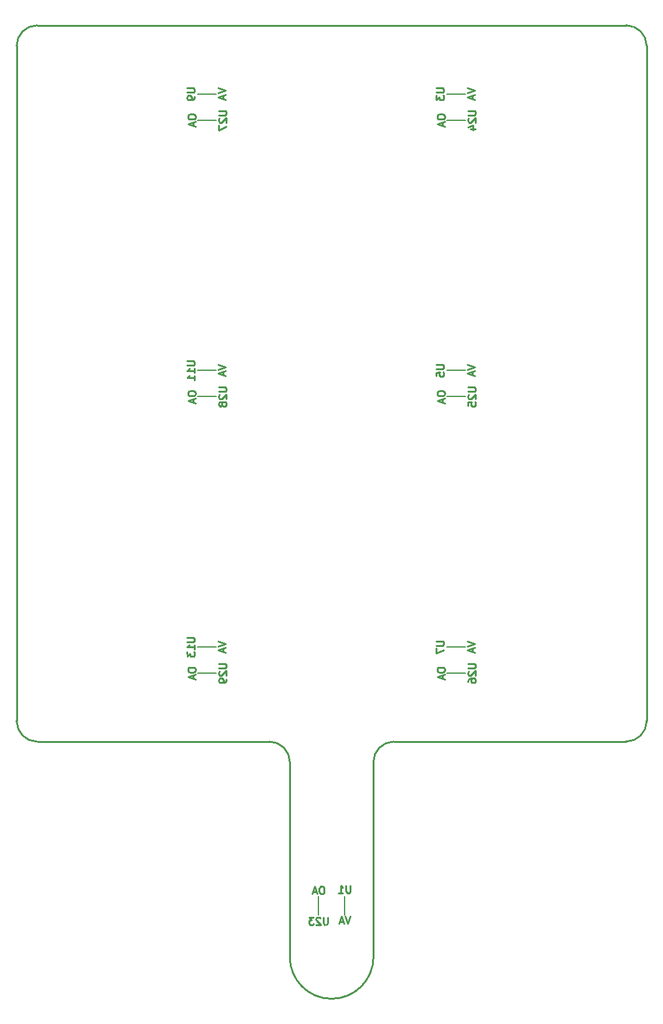
<source format=gbo>
G04 #@! TF.FileFunction,Legend,Bot*
%FSLAX46Y46*%
G04 Gerber Fmt 4.6, Leading zero omitted, Abs format (unit mm)*
G04 Created by KiCad (PCBNEW 0.201508110901+6083~28~ubuntu14.04.1-product) date Wed 12 Aug 2015 09:29:52 AM EDT*
%MOMM*%
G01*
G04 APERTURE LIST*
%ADD10C,0.100000*%
%ADD11C,0.228600*%
%ADD12C,0.150000*%
%ADD13C,0.254000*%
%ADD14C,9.112200*%
%ADD15C,8.528000*%
%ADD16C,3.956000*%
%ADD17C,2.438400*%
%ADD18R,1.102360X0.802640*%
%ADD19R,0.802640X1.102360*%
G04 APERTURE END LIST*
D10*
D11*
X87914480Y-151958040D02*
G75*
G03X99283520Y-151958040I5684520J0D01*
G01*
X99283520Y-125483620D02*
X99283520Y-151958040D01*
X87917020Y-125483620D02*
X87917020Y-151958040D01*
X102064820Y-122702320D02*
G75*
G03X99283520Y-125483620I0J-2781300D01*
G01*
X87917020Y-125483620D02*
G75*
G03X85135720Y-122702320I-2781300J0D01*
G01*
X102064820Y-122702320D02*
X133619240Y-122702320D01*
X53581300Y-122702320D02*
X85135720Y-122702320D01*
X53581300Y-25400000D02*
G75*
G03X50800000Y-28181300I0J-2781300D01*
G01*
X133619240Y-122702320D02*
G75*
G03X136400540Y-119921020I0J2781300D01*
G01*
X136400540Y-28181300D02*
X136400540Y-119921020D01*
X50800000Y-119921020D02*
G75*
G03X53581300Y-122702320I2781300J0D01*
G01*
X50800000Y-28181300D02*
X50800000Y-119921020D01*
X136400540Y-28181300D02*
G75*
G03X133619240Y-25400000I-2781300J0D01*
G01*
X53581300Y-25400000D02*
X133619240Y-25400000D01*
D12*
X95377000Y-146223000D02*
X95377000Y-143683000D01*
X111798000Y-34711600D02*
X109258000Y-34711600D01*
X111798000Y-72273200D02*
X109258000Y-72273200D01*
X111798000Y-109835000D02*
X109258000Y-109835000D01*
X77942400Y-34711600D02*
X75402400Y-34711600D01*
X77942400Y-72273200D02*
X75402400Y-72273200D01*
X77942400Y-109835000D02*
X75402400Y-109835000D01*
X91821000Y-143683000D02*
X91821000Y-146223000D01*
X109258000Y-38267600D02*
X111798000Y-38267600D01*
X109258000Y-75829200D02*
X111798000Y-75829200D01*
X109258000Y-113391000D02*
X111798000Y-113391000D01*
X75402400Y-38267600D02*
X77942400Y-38267600D01*
X75402400Y-75829200D02*
X77942400Y-75829200D01*
X75402400Y-113391000D02*
X77942400Y-113391000D01*
D13*
X96151095Y-142237619D02*
X96151095Y-143060095D01*
X96102714Y-143156857D01*
X96054333Y-143205238D01*
X95957571Y-143253619D01*
X95764048Y-143253619D01*
X95667286Y-143205238D01*
X95618905Y-143156857D01*
X95570524Y-143060095D01*
X95570524Y-142237619D01*
X94554524Y-143253619D02*
X95135095Y-143253619D01*
X94844809Y-143253619D02*
X94844809Y-142237619D01*
X94941571Y-142382762D01*
X95038333Y-142479524D01*
X95135095Y-142527905D01*
X96151095Y-146428619D02*
X95812428Y-147444619D01*
X95473762Y-146428619D01*
X95183476Y-147154333D02*
X94699667Y-147154333D01*
X95280238Y-147444619D02*
X94941571Y-146428619D01*
X94602905Y-147444619D01*
X107812619Y-33937505D02*
X108635095Y-33937505D01*
X108731857Y-33985886D01*
X108780238Y-34034267D01*
X108828619Y-34131029D01*
X108828619Y-34324552D01*
X108780238Y-34421314D01*
X108731857Y-34469695D01*
X108635095Y-34518076D01*
X107812619Y-34518076D01*
X107812619Y-34905124D02*
X107812619Y-35534076D01*
X108199667Y-35195410D01*
X108199667Y-35340552D01*
X108248048Y-35437314D01*
X108296429Y-35485695D01*
X108393190Y-35534076D01*
X108635095Y-35534076D01*
X108731857Y-35485695D01*
X108780238Y-35437314D01*
X108828619Y-35340552D01*
X108828619Y-35050267D01*
X108780238Y-34953505D01*
X108731857Y-34905124D01*
X112003619Y-33937505D02*
X113019619Y-34276172D01*
X112003619Y-34614838D01*
X112729333Y-34905124D02*
X112729333Y-35388933D01*
X113019619Y-34808362D02*
X112003619Y-35147029D01*
X113019619Y-35485695D01*
X107812619Y-71499105D02*
X108635095Y-71499105D01*
X108731857Y-71547486D01*
X108780238Y-71595867D01*
X108828619Y-71692629D01*
X108828619Y-71886152D01*
X108780238Y-71982914D01*
X108731857Y-72031295D01*
X108635095Y-72079676D01*
X107812619Y-72079676D01*
X107812619Y-73047295D02*
X107812619Y-72563486D01*
X108296429Y-72515105D01*
X108248048Y-72563486D01*
X108199667Y-72660248D01*
X108199667Y-72902152D01*
X108248048Y-72998914D01*
X108296429Y-73047295D01*
X108393190Y-73095676D01*
X108635095Y-73095676D01*
X108731857Y-73047295D01*
X108780238Y-72998914D01*
X108828619Y-72902152D01*
X108828619Y-72660248D01*
X108780238Y-72563486D01*
X108731857Y-72515105D01*
X112003619Y-71499105D02*
X113019619Y-71837772D01*
X112003619Y-72176438D01*
X112729333Y-72466724D02*
X112729333Y-72950533D01*
X113019619Y-72369962D02*
X112003619Y-72708629D01*
X113019619Y-73047295D01*
X107812619Y-109060905D02*
X108635095Y-109060905D01*
X108731857Y-109109286D01*
X108780238Y-109157667D01*
X108828619Y-109254429D01*
X108828619Y-109447952D01*
X108780238Y-109544714D01*
X108731857Y-109593095D01*
X108635095Y-109641476D01*
X107812619Y-109641476D01*
X107812619Y-110028524D02*
X107812619Y-110705857D01*
X108828619Y-110270429D01*
X112003619Y-109060905D02*
X113019619Y-109399572D01*
X112003619Y-109738238D01*
X112729333Y-110028524D02*
X112729333Y-110512333D01*
X113019619Y-109931762D02*
X112003619Y-110270429D01*
X113019619Y-110609095D01*
X73957019Y-33937505D02*
X74779495Y-33937505D01*
X74876257Y-33985886D01*
X74924638Y-34034267D01*
X74973019Y-34131029D01*
X74973019Y-34324552D01*
X74924638Y-34421314D01*
X74876257Y-34469695D01*
X74779495Y-34518076D01*
X73957019Y-34518076D01*
X74973019Y-35050267D02*
X74973019Y-35243791D01*
X74924638Y-35340552D01*
X74876257Y-35388933D01*
X74731114Y-35485695D01*
X74537590Y-35534076D01*
X74150543Y-35534076D01*
X74053781Y-35485695D01*
X74005400Y-35437314D01*
X73957019Y-35340552D01*
X73957019Y-35147029D01*
X74005400Y-35050267D01*
X74053781Y-35001886D01*
X74150543Y-34953505D01*
X74392448Y-34953505D01*
X74489210Y-35001886D01*
X74537590Y-35050267D01*
X74585971Y-35147029D01*
X74585971Y-35340552D01*
X74537590Y-35437314D01*
X74489210Y-35485695D01*
X74392448Y-35534076D01*
X78148019Y-33937505D02*
X79164019Y-34276172D01*
X78148019Y-34614838D01*
X78873733Y-34905124D02*
X78873733Y-35388933D01*
X79164019Y-34808362D02*
X78148019Y-35147029D01*
X79164019Y-35485695D01*
X73957019Y-71015296D02*
X74779495Y-71015296D01*
X74876257Y-71063677D01*
X74924638Y-71112058D01*
X74973019Y-71208820D01*
X74973019Y-71402343D01*
X74924638Y-71499105D01*
X74876257Y-71547486D01*
X74779495Y-71595867D01*
X73957019Y-71595867D01*
X74973019Y-72611867D02*
X74973019Y-72031296D01*
X74973019Y-72321582D02*
X73957019Y-72321582D01*
X74102162Y-72224820D01*
X74198924Y-72128058D01*
X74247305Y-72031296D01*
X74973019Y-73579486D02*
X74973019Y-72998915D01*
X74973019Y-73289201D02*
X73957019Y-73289201D01*
X74102162Y-73192439D01*
X74198924Y-73095677D01*
X74247305Y-72998915D01*
X78148019Y-71499105D02*
X79164019Y-71837772D01*
X78148019Y-72176438D01*
X78873733Y-72466724D02*
X78873733Y-72950533D01*
X79164019Y-72369962D02*
X78148019Y-72708629D01*
X79164019Y-73047295D01*
X73957019Y-108577096D02*
X74779495Y-108577096D01*
X74876257Y-108625477D01*
X74924638Y-108673858D01*
X74973019Y-108770620D01*
X74973019Y-108964143D01*
X74924638Y-109060905D01*
X74876257Y-109109286D01*
X74779495Y-109157667D01*
X73957019Y-109157667D01*
X74973019Y-110173667D02*
X74973019Y-109593096D01*
X74973019Y-109883382D02*
X73957019Y-109883382D01*
X74102162Y-109786620D01*
X74198924Y-109689858D01*
X74247305Y-109593096D01*
X73957019Y-110512334D02*
X73957019Y-111141286D01*
X74344067Y-110802620D01*
X74344067Y-110947762D01*
X74392448Y-111044524D01*
X74440829Y-111092905D01*
X74537590Y-111141286D01*
X74779495Y-111141286D01*
X74876257Y-111092905D01*
X74924638Y-111044524D01*
X74973019Y-110947762D01*
X74973019Y-110657477D01*
X74924638Y-110560715D01*
X74876257Y-110512334D01*
X78148019Y-109060905D02*
X79164019Y-109399572D01*
X78148019Y-109738238D01*
X78873733Y-110028524D02*
X78873733Y-110512333D01*
X79164019Y-109931762D02*
X78148019Y-110270429D01*
X79164019Y-110609095D01*
X93078904Y-146555619D02*
X93078904Y-147378095D01*
X93030523Y-147474857D01*
X92982142Y-147523238D01*
X92885380Y-147571619D01*
X92691857Y-147571619D01*
X92595095Y-147523238D01*
X92546714Y-147474857D01*
X92498333Y-147378095D01*
X92498333Y-146555619D01*
X92062904Y-146652381D02*
X92014523Y-146604000D01*
X91917761Y-146555619D01*
X91675857Y-146555619D01*
X91579095Y-146604000D01*
X91530714Y-146652381D01*
X91482333Y-146749143D01*
X91482333Y-146845905D01*
X91530714Y-146991048D01*
X92111285Y-147571619D01*
X91482333Y-147571619D01*
X91143666Y-146555619D02*
X90514714Y-146555619D01*
X90853380Y-146942667D01*
X90708238Y-146942667D01*
X90611476Y-146991048D01*
X90563095Y-147039429D01*
X90514714Y-147136190D01*
X90514714Y-147378095D01*
X90563095Y-147474857D01*
X90611476Y-147523238D01*
X90708238Y-147571619D01*
X90998523Y-147571619D01*
X91095285Y-147523238D01*
X91143666Y-147474857D01*
X92353190Y-142364619D02*
X92159667Y-142364619D01*
X92062905Y-142413000D01*
X91966143Y-142509762D01*
X91917762Y-142703286D01*
X91917762Y-143041952D01*
X91966143Y-143235476D01*
X92062905Y-143332238D01*
X92159667Y-143380619D01*
X92353190Y-143380619D01*
X92449952Y-143332238D01*
X92546714Y-143235476D01*
X92595095Y-143041952D01*
X92595095Y-142703286D01*
X92546714Y-142509762D01*
X92449952Y-142413000D01*
X92353190Y-142364619D01*
X91530714Y-143090333D02*
X91046905Y-143090333D01*
X91627476Y-143380619D02*
X91288809Y-142364619D01*
X90950143Y-143380619D01*
X112130619Y-37009696D02*
X112953095Y-37009696D01*
X113049857Y-37058077D01*
X113098238Y-37106458D01*
X113146619Y-37203220D01*
X113146619Y-37396743D01*
X113098238Y-37493505D01*
X113049857Y-37541886D01*
X112953095Y-37590267D01*
X112130619Y-37590267D01*
X112227381Y-38025696D02*
X112179000Y-38074077D01*
X112130619Y-38170839D01*
X112130619Y-38412743D01*
X112179000Y-38509505D01*
X112227381Y-38557886D01*
X112324143Y-38606267D01*
X112420905Y-38606267D01*
X112566048Y-38557886D01*
X113146619Y-37977315D01*
X113146619Y-38606267D01*
X112469286Y-39477124D02*
X113146619Y-39477124D01*
X112082238Y-39235220D02*
X112807952Y-38993315D01*
X112807952Y-39622267D01*
X107939619Y-37735410D02*
X107939619Y-37928933D01*
X107988000Y-38025695D01*
X108084762Y-38122457D01*
X108278286Y-38170838D01*
X108616952Y-38170838D01*
X108810476Y-38122457D01*
X108907238Y-38025695D01*
X108955619Y-37928933D01*
X108955619Y-37735410D01*
X108907238Y-37638648D01*
X108810476Y-37541886D01*
X108616952Y-37493505D01*
X108278286Y-37493505D01*
X108084762Y-37541886D01*
X107988000Y-37638648D01*
X107939619Y-37735410D01*
X108665333Y-38557886D02*
X108665333Y-39041695D01*
X108955619Y-38461124D02*
X107939619Y-38799791D01*
X108955619Y-39138457D01*
X112130619Y-74571296D02*
X112953095Y-74571296D01*
X113049857Y-74619677D01*
X113098238Y-74668058D01*
X113146619Y-74764820D01*
X113146619Y-74958343D01*
X113098238Y-75055105D01*
X113049857Y-75103486D01*
X112953095Y-75151867D01*
X112130619Y-75151867D01*
X112227381Y-75587296D02*
X112179000Y-75635677D01*
X112130619Y-75732439D01*
X112130619Y-75974343D01*
X112179000Y-76071105D01*
X112227381Y-76119486D01*
X112324143Y-76167867D01*
X112420905Y-76167867D01*
X112566048Y-76119486D01*
X113146619Y-75538915D01*
X113146619Y-76167867D01*
X112130619Y-77087105D02*
X112130619Y-76603296D01*
X112614429Y-76554915D01*
X112566048Y-76603296D01*
X112517667Y-76700058D01*
X112517667Y-76941962D01*
X112566048Y-77038724D01*
X112614429Y-77087105D01*
X112711190Y-77135486D01*
X112953095Y-77135486D01*
X113049857Y-77087105D01*
X113098238Y-77038724D01*
X113146619Y-76941962D01*
X113146619Y-76700058D01*
X113098238Y-76603296D01*
X113049857Y-76554915D01*
X107939619Y-75297010D02*
X107939619Y-75490533D01*
X107988000Y-75587295D01*
X108084762Y-75684057D01*
X108278286Y-75732438D01*
X108616952Y-75732438D01*
X108810476Y-75684057D01*
X108907238Y-75587295D01*
X108955619Y-75490533D01*
X108955619Y-75297010D01*
X108907238Y-75200248D01*
X108810476Y-75103486D01*
X108616952Y-75055105D01*
X108278286Y-75055105D01*
X108084762Y-75103486D01*
X107988000Y-75200248D01*
X107939619Y-75297010D01*
X108665333Y-76119486D02*
X108665333Y-76603295D01*
X108955619Y-76022724D02*
X107939619Y-76361391D01*
X108955619Y-76700057D01*
X112130619Y-112133096D02*
X112953095Y-112133096D01*
X113049857Y-112181477D01*
X113098238Y-112229858D01*
X113146619Y-112326620D01*
X113146619Y-112520143D01*
X113098238Y-112616905D01*
X113049857Y-112665286D01*
X112953095Y-112713667D01*
X112130619Y-112713667D01*
X112227381Y-113149096D02*
X112179000Y-113197477D01*
X112130619Y-113294239D01*
X112130619Y-113536143D01*
X112179000Y-113632905D01*
X112227381Y-113681286D01*
X112324143Y-113729667D01*
X112420905Y-113729667D01*
X112566048Y-113681286D01*
X113146619Y-113100715D01*
X113146619Y-113729667D01*
X112130619Y-114600524D02*
X112130619Y-114407001D01*
X112179000Y-114310239D01*
X112227381Y-114261858D01*
X112372524Y-114165096D01*
X112566048Y-114116715D01*
X112953095Y-114116715D01*
X113049857Y-114165096D01*
X113098238Y-114213477D01*
X113146619Y-114310239D01*
X113146619Y-114503762D01*
X113098238Y-114600524D01*
X113049857Y-114648905D01*
X112953095Y-114697286D01*
X112711190Y-114697286D01*
X112614429Y-114648905D01*
X112566048Y-114600524D01*
X112517667Y-114503762D01*
X112517667Y-114310239D01*
X112566048Y-114213477D01*
X112614429Y-114165096D01*
X112711190Y-114116715D01*
X107939619Y-112858810D02*
X107939619Y-113052333D01*
X107988000Y-113149095D01*
X108084762Y-113245857D01*
X108278286Y-113294238D01*
X108616952Y-113294238D01*
X108810476Y-113245857D01*
X108907238Y-113149095D01*
X108955619Y-113052333D01*
X108955619Y-112858810D01*
X108907238Y-112762048D01*
X108810476Y-112665286D01*
X108616952Y-112616905D01*
X108278286Y-112616905D01*
X108084762Y-112665286D01*
X107988000Y-112762048D01*
X107939619Y-112858810D01*
X108665333Y-113681286D02*
X108665333Y-114165095D01*
X108955619Y-113584524D02*
X107939619Y-113923191D01*
X108955619Y-114261857D01*
X78275019Y-37009696D02*
X79097495Y-37009696D01*
X79194257Y-37058077D01*
X79242638Y-37106458D01*
X79291019Y-37203220D01*
X79291019Y-37396743D01*
X79242638Y-37493505D01*
X79194257Y-37541886D01*
X79097495Y-37590267D01*
X78275019Y-37590267D01*
X78371781Y-38025696D02*
X78323400Y-38074077D01*
X78275019Y-38170839D01*
X78275019Y-38412743D01*
X78323400Y-38509505D01*
X78371781Y-38557886D01*
X78468543Y-38606267D01*
X78565305Y-38606267D01*
X78710448Y-38557886D01*
X79291019Y-37977315D01*
X79291019Y-38606267D01*
X78275019Y-38944934D02*
X78275019Y-39622267D01*
X79291019Y-39186839D01*
X74084019Y-37735410D02*
X74084019Y-37928933D01*
X74132400Y-38025695D01*
X74229162Y-38122457D01*
X74422686Y-38170838D01*
X74761352Y-38170838D01*
X74954876Y-38122457D01*
X75051638Y-38025695D01*
X75100019Y-37928933D01*
X75100019Y-37735410D01*
X75051638Y-37638648D01*
X74954876Y-37541886D01*
X74761352Y-37493505D01*
X74422686Y-37493505D01*
X74229162Y-37541886D01*
X74132400Y-37638648D01*
X74084019Y-37735410D01*
X74809733Y-38557886D02*
X74809733Y-39041695D01*
X75100019Y-38461124D02*
X74084019Y-38799791D01*
X75100019Y-39138457D01*
X78275019Y-74571296D02*
X79097495Y-74571296D01*
X79194257Y-74619677D01*
X79242638Y-74668058D01*
X79291019Y-74764820D01*
X79291019Y-74958343D01*
X79242638Y-75055105D01*
X79194257Y-75103486D01*
X79097495Y-75151867D01*
X78275019Y-75151867D01*
X78371781Y-75587296D02*
X78323400Y-75635677D01*
X78275019Y-75732439D01*
X78275019Y-75974343D01*
X78323400Y-76071105D01*
X78371781Y-76119486D01*
X78468543Y-76167867D01*
X78565305Y-76167867D01*
X78710448Y-76119486D01*
X79291019Y-75538915D01*
X79291019Y-76167867D01*
X78710448Y-76748439D02*
X78662067Y-76651677D01*
X78613686Y-76603296D01*
X78516924Y-76554915D01*
X78468543Y-76554915D01*
X78371781Y-76603296D01*
X78323400Y-76651677D01*
X78275019Y-76748439D01*
X78275019Y-76941962D01*
X78323400Y-77038724D01*
X78371781Y-77087105D01*
X78468543Y-77135486D01*
X78516924Y-77135486D01*
X78613686Y-77087105D01*
X78662067Y-77038724D01*
X78710448Y-76941962D01*
X78710448Y-76748439D01*
X78758829Y-76651677D01*
X78807210Y-76603296D01*
X78903971Y-76554915D01*
X79097495Y-76554915D01*
X79194257Y-76603296D01*
X79242638Y-76651677D01*
X79291019Y-76748439D01*
X79291019Y-76941962D01*
X79242638Y-77038724D01*
X79194257Y-77087105D01*
X79097495Y-77135486D01*
X78903971Y-77135486D01*
X78807210Y-77087105D01*
X78758829Y-77038724D01*
X78710448Y-76941962D01*
X74084019Y-75297010D02*
X74084019Y-75490533D01*
X74132400Y-75587295D01*
X74229162Y-75684057D01*
X74422686Y-75732438D01*
X74761352Y-75732438D01*
X74954876Y-75684057D01*
X75051638Y-75587295D01*
X75100019Y-75490533D01*
X75100019Y-75297010D01*
X75051638Y-75200248D01*
X74954876Y-75103486D01*
X74761352Y-75055105D01*
X74422686Y-75055105D01*
X74229162Y-75103486D01*
X74132400Y-75200248D01*
X74084019Y-75297010D01*
X74809733Y-76119486D02*
X74809733Y-76603295D01*
X75100019Y-76022724D02*
X74084019Y-76361391D01*
X75100019Y-76700057D01*
X78275019Y-112133096D02*
X79097495Y-112133096D01*
X79194257Y-112181477D01*
X79242638Y-112229858D01*
X79291019Y-112326620D01*
X79291019Y-112520143D01*
X79242638Y-112616905D01*
X79194257Y-112665286D01*
X79097495Y-112713667D01*
X78275019Y-112713667D01*
X78371781Y-113149096D02*
X78323400Y-113197477D01*
X78275019Y-113294239D01*
X78275019Y-113536143D01*
X78323400Y-113632905D01*
X78371781Y-113681286D01*
X78468543Y-113729667D01*
X78565305Y-113729667D01*
X78710448Y-113681286D01*
X79291019Y-113100715D01*
X79291019Y-113729667D01*
X79291019Y-114213477D02*
X79291019Y-114407001D01*
X79242638Y-114503762D01*
X79194257Y-114552143D01*
X79049114Y-114648905D01*
X78855590Y-114697286D01*
X78468543Y-114697286D01*
X78371781Y-114648905D01*
X78323400Y-114600524D01*
X78275019Y-114503762D01*
X78275019Y-114310239D01*
X78323400Y-114213477D01*
X78371781Y-114165096D01*
X78468543Y-114116715D01*
X78710448Y-114116715D01*
X78807210Y-114165096D01*
X78855590Y-114213477D01*
X78903971Y-114310239D01*
X78903971Y-114503762D01*
X78855590Y-114600524D01*
X78807210Y-114648905D01*
X78710448Y-114697286D01*
X74084019Y-112858810D02*
X74084019Y-113052333D01*
X74132400Y-113149095D01*
X74229162Y-113245857D01*
X74422686Y-113294238D01*
X74761352Y-113294238D01*
X74954876Y-113245857D01*
X75051638Y-113149095D01*
X75100019Y-113052333D01*
X75100019Y-112858810D01*
X75051638Y-112762048D01*
X74954876Y-112665286D01*
X74761352Y-112616905D01*
X74422686Y-112616905D01*
X74229162Y-112665286D01*
X74132400Y-112762048D01*
X74084019Y-112858810D01*
X74809733Y-113681286D02*
X74809733Y-114165095D01*
X75100019Y-113584524D02*
X74084019Y-113923191D01*
X75100019Y-114261857D01*
%LPC*%
D14*
X128816000Y-111613000D03*
X128816000Y-74051200D03*
X128816000Y-36489600D03*
X58384400Y-111613000D03*
X58384400Y-74051200D03*
X58384400Y-36489600D03*
D15*
X69667100Y-36489600D03*
X117533000Y-36489600D03*
X69667100Y-74051200D03*
X117533000Y-74051200D03*
X69667100Y-111613000D03*
X117533000Y-111613000D03*
X93599000Y-151958000D03*
D16*
X120434000Y-119921000D03*
X66763900Y-119921000D03*
X120434000Y-65742800D03*
X66763900Y-65742800D03*
X120434000Y-28181300D03*
X66763900Y-28181300D03*
D17*
X94869000Y-140503000D03*
X92329000Y-140503000D03*
D18*
X94178120Y-145902960D03*
X94178120Y-144003040D03*
X96575880Y-144953000D03*
D19*
X111477960Y-35910480D03*
X109578040Y-35910480D03*
X110528000Y-33512720D03*
X111477960Y-73472080D03*
X109578040Y-73472080D03*
X110528000Y-71074320D03*
X111477960Y-111033880D03*
X109578040Y-111033880D03*
X110528000Y-108636120D03*
X77622360Y-35910480D03*
X75722440Y-35910480D03*
X76672400Y-33512720D03*
X77622360Y-73472080D03*
X75722440Y-73472080D03*
X76672400Y-71074320D03*
X77622360Y-111033880D03*
X75722440Y-111033880D03*
X76672400Y-108636120D03*
D18*
X93019880Y-144003040D03*
X93019880Y-145902960D03*
X90622120Y-144953000D03*
D19*
X109578040Y-37068720D03*
X111477960Y-37068720D03*
X110528000Y-39466480D03*
X109578040Y-74630320D03*
X111477960Y-74630320D03*
X110528000Y-77028080D03*
X109578040Y-112192120D03*
X111477960Y-112192120D03*
X110528000Y-114589880D03*
X75722440Y-37068720D03*
X77622360Y-37068720D03*
X76672400Y-39466480D03*
X75722440Y-74630320D03*
X77622360Y-74630320D03*
X76672400Y-77028080D03*
X75722440Y-112192120D03*
X77622360Y-112192120D03*
X76672400Y-114589880D03*
M02*

</source>
